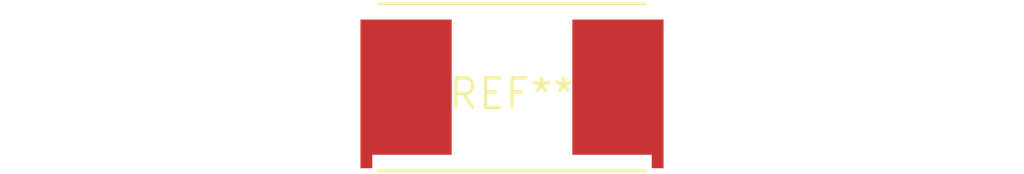
<source format=kicad_pcb>
(kicad_pcb (version 20240108) (generator pcbnew)
  (layers (0 "F.Cu" signal) (31 "B.Cu" signal) (34 "B.Paste" user) (35 "F.Paste" user) (36 "B.SilkS" user "B.Silkscreen") (37 "F.SilkS" user "F.Silkscreen") (38 "B.Mask" user) (39 "F.Mask" user) (44 "Edge.Cuts" user))
  (net 0 "")
  (footprint "R_Shunt_Vishay_WSR2_WSR3_KelvinConnection" (layer "F.Cu") (at 0 0)
    (property "Reference" "REF**")
    (property "Value" "R_Shunt_Vishay_WSR2_WSR3_KelvinConnection")
    (fp_line (start -5.78 -3.89) (end 5.78 -3.89) (layer "F.SilkS") (stroke (width 0.12)))
    (fp_line (start -5.78 3.31) (end 5.78 3.31) (layer "F.SilkS") (stroke (width 0.12)))
    (pad "1" smd rect (at -6.29 2.91) (size 0.51 0.6) (layers "F.Cu" "F.Paste" "F.Mask"))
    (pad "1" smd rect (at -4.575 -0.29) (size 3.94 5.84) (layers "F.Cu" "F.Paste" "F.Mask"))
    (pad "2" smd rect (at 4.575 -0.29) (size 3.94 5.84) (layers "F.Cu" "F.Paste" "F.Mask"))
    (pad "2" smd rect (at 6.29 2.91) (size 0.51 0.6) (layers "F.Cu" "F.Paste" "F.Mask"))
  )
)
</source>
